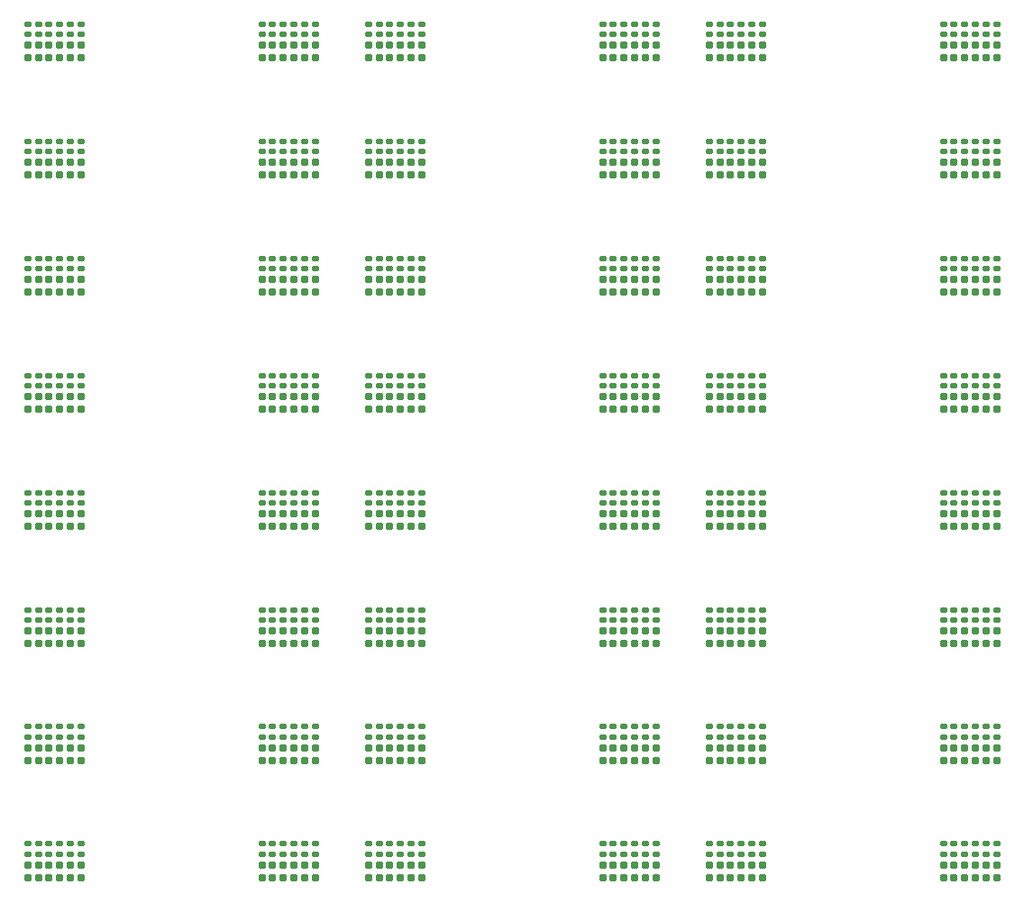
<source format=gbr>
%TF.GenerationSoftware,KiCad,Pcbnew,8.0.4-unknown-202407232306~396e531e7c~ubuntu22.04.1*%
%TF.CreationDate,2024-08-17T16:34:09+01:00*%
%TF.ProjectId,PANEL_DRY_ELEC_6CH_THIN,50414e45-4c5f-4445-9259-5f454c45435f,1.0*%
%TF.SameCoordinates,Original*%
%TF.FileFunction,Paste,Top*%
%TF.FilePolarity,Positive*%
%FSLAX46Y46*%
G04 Gerber Fmt 4.6, Leading zero omitted, Abs format (unit mm)*
G04 Created by KiCad (PCBNEW 8.0.4-unknown-202407232306~396e531e7c~ubuntu22.04.1) date 2024-08-17 16:34:09*
%MOMM*%
%LPD*%
G01*
G04 APERTURE LIST*
G04 Aperture macros list*
%AMRoundRect*
0 Rectangle with rounded corners*
0 $1 Rounding radius*
0 $2 $3 $4 $5 $6 $7 $8 $9 X,Y pos of 4 corners*
0 Add a 4 corners polygon primitive as box body*
4,1,4,$2,$3,$4,$5,$6,$7,$8,$9,$2,$3,0*
0 Add four circle primitives for the rounded corners*
1,1,$1+$1,$2,$3*
1,1,$1+$1,$4,$5*
1,1,$1+$1,$6,$7*
1,1,$1+$1,$8,$9*
0 Add four rect primitives between the rounded corners*
20,1,$1+$1,$2,$3,$4,$5,0*
20,1,$1+$1,$4,$5,$6,$7,0*
20,1,$1+$1,$6,$7,$8,$9,0*
20,1,$1+$1,$8,$9,$2,$3,0*%
G04 Aperture macros list end*
%ADD10RoundRect,0.160000X0.160000X-0.197500X0.160000X0.197500X-0.160000X0.197500X-0.160000X-0.197500X0*%
%ADD11RoundRect,0.140000X0.170000X-0.140000X0.170000X0.140000X-0.170000X0.140000X-0.170000X-0.140000X0*%
G04 APERTURE END LIST*
D10*
%TO.C,R12*%
X12500000Y-32297500D03*
X12500000Y-31102500D03*
%TD*%
%TO.C,R5*%
X98500000Y-87297500D03*
X98500000Y-86102500D03*
%TD*%
D11*
%TO.C,C11*%
X75500000Y-63080000D03*
X75500000Y-62120000D03*
%TD*%
D10*
%TO.C,R12*%
X76500000Y-65297500D03*
X76500000Y-64102500D03*
%TD*%
D11*
%TO.C,C12*%
X76500000Y-85080000D03*
X76500000Y-84120000D03*
%TD*%
D10*
%TO.C,R9*%
X73500000Y-32297500D03*
X73500000Y-31102500D03*
%TD*%
%TO.C,R8*%
X40500000Y-21297500D03*
X40500000Y-20102500D03*
%TD*%
D11*
%TO.C,C5*%
X98500000Y-30080000D03*
X98500000Y-29120000D03*
%TD*%
D10*
%TO.C,R6*%
X33500000Y-10297500D03*
X33500000Y-9102500D03*
%TD*%
D11*
%TO.C,C1*%
X94500000Y-41080000D03*
X94500000Y-40120000D03*
%TD*%
%TO.C,C6*%
X65500000Y-63080000D03*
X65500000Y-62120000D03*
%TD*%
D10*
%TO.C,R5*%
X66500000Y-21297500D03*
X66500000Y-20102500D03*
%TD*%
%TO.C,R7*%
X71500000Y-65297500D03*
X71500000Y-64102500D03*
%TD*%
D11*
%TO.C,C5*%
X98500000Y-63080000D03*
X98500000Y-62120000D03*
%TD*%
D10*
%TO.C,R8*%
X8500000Y-10297500D03*
X8500000Y-9102500D03*
%TD*%
D11*
%TO.C,C1*%
X30500000Y-30080000D03*
X30500000Y-29120000D03*
%TD*%
D10*
%TO.C,R2*%
X61500000Y-87297500D03*
X61500000Y-86102500D03*
%TD*%
D11*
%TO.C,C11*%
X43500000Y-85080000D03*
X43500000Y-84120000D03*
%TD*%
%TO.C,C11*%
X75500000Y-52080000D03*
X75500000Y-51120000D03*
%TD*%
D10*
%TO.C,R12*%
X44500000Y-54297500D03*
X44500000Y-53102500D03*
%TD*%
%TO.C,R12*%
X12500000Y-10297500D03*
X12500000Y-9102500D03*
%TD*%
D11*
%TO.C,C6*%
X65500000Y-8080000D03*
X65500000Y-7120000D03*
%TD*%
%TO.C,C10*%
X74500000Y-41080000D03*
X74500000Y-40120000D03*
%TD*%
%TO.C,C3*%
X32500000Y-19082500D03*
X32500000Y-18122500D03*
%TD*%
%TO.C,C12*%
X44500000Y-8080000D03*
X44500000Y-7120000D03*
%TD*%
D10*
%TO.C,R6*%
X65500000Y-10297500D03*
X65500000Y-9102500D03*
%TD*%
%TO.C,R1*%
X94500000Y-10297500D03*
X94500000Y-9102500D03*
%TD*%
D11*
%TO.C,C10*%
X42500000Y-8080000D03*
X42500000Y-7120000D03*
%TD*%
D10*
%TO.C,R10*%
X42500000Y-54297500D03*
X42500000Y-53102500D03*
%TD*%
D11*
%TO.C,C3*%
X64500000Y-30082500D03*
X64500000Y-29122500D03*
%TD*%
%TO.C,C6*%
X33500000Y-63080000D03*
X33500000Y-62120000D03*
%TD*%
%TO.C,C6*%
X65500000Y-74080000D03*
X65500000Y-73120000D03*
%TD*%
%TO.C,C9*%
X73500000Y-41080000D03*
X73500000Y-40120000D03*
%TD*%
D10*
%TO.C,R3*%
X96500000Y-21300000D03*
X96500000Y-20105000D03*
%TD*%
D11*
%TO.C,C8*%
X8500000Y-19080000D03*
X8500000Y-18120000D03*
%TD*%
D10*
%TO.C,R5*%
X34500000Y-87297500D03*
X34500000Y-86102500D03*
%TD*%
%TO.C,R2*%
X61500000Y-76297500D03*
X61500000Y-75102500D03*
%TD*%
D11*
%TO.C,C9*%
X41500000Y-19080000D03*
X41500000Y-18120000D03*
%TD*%
D10*
%TO.C,R8*%
X72500000Y-32297500D03*
X72500000Y-31102500D03*
%TD*%
D11*
%TO.C,C6*%
X33500000Y-52080000D03*
X33500000Y-51120000D03*
%TD*%
D10*
%TO.C,R12*%
X44500000Y-32297500D03*
X44500000Y-31102500D03*
%TD*%
%TO.C,R1*%
X30500000Y-87297500D03*
X30500000Y-86102500D03*
%TD*%
D11*
%TO.C,C12*%
X12500000Y-63080000D03*
X12500000Y-62120000D03*
%TD*%
%TO.C,C4*%
X31500000Y-8080000D03*
X31500000Y-7120000D03*
%TD*%
%TO.C,C9*%
X41500000Y-41080000D03*
X41500000Y-40120000D03*
%TD*%
%TO.C,C12*%
X76500000Y-19080000D03*
X76500000Y-18120000D03*
%TD*%
D10*
%TO.C,R11*%
X11500000Y-54297500D03*
X11500000Y-53102500D03*
%TD*%
D11*
%TO.C,C8*%
X72500000Y-19080000D03*
X72500000Y-18120000D03*
%TD*%
%TO.C,C2*%
X29500000Y-41080000D03*
X29500000Y-40120000D03*
%TD*%
%TO.C,C10*%
X74500000Y-19080000D03*
X74500000Y-18120000D03*
%TD*%
%TO.C,C9*%
X9500000Y-19080000D03*
X9500000Y-18120000D03*
%TD*%
%TO.C,C11*%
X75500000Y-74080000D03*
X75500000Y-73120000D03*
%TD*%
D10*
%TO.C,R12*%
X44500000Y-43297500D03*
X44500000Y-42102500D03*
%TD*%
D11*
%TO.C,C1*%
X62500000Y-30080000D03*
X62500000Y-29120000D03*
%TD*%
D10*
%TO.C,R6*%
X33500000Y-21297500D03*
X33500000Y-20102500D03*
%TD*%
D11*
%TO.C,C1*%
X62500000Y-41080000D03*
X62500000Y-40120000D03*
%TD*%
%TO.C,C6*%
X97500000Y-30080000D03*
X97500000Y-29120000D03*
%TD*%
D10*
%TO.C,R3*%
X96500000Y-43300000D03*
X96500000Y-42105000D03*
%TD*%
D11*
%TO.C,C7*%
X71500000Y-63080000D03*
X71500000Y-62120000D03*
%TD*%
%TO.C,C9*%
X41500000Y-52080000D03*
X41500000Y-51120000D03*
%TD*%
D10*
%TO.C,R1*%
X30500000Y-21297500D03*
X30500000Y-20102500D03*
%TD*%
D11*
%TO.C,C8*%
X40500000Y-63080000D03*
X40500000Y-62120000D03*
%TD*%
%TO.C,C10*%
X42500000Y-19080000D03*
X42500000Y-18120000D03*
%TD*%
%TO.C,C8*%
X72500000Y-41080000D03*
X72500000Y-40120000D03*
%TD*%
%TO.C,C8*%
X8500000Y-74080000D03*
X8500000Y-73120000D03*
%TD*%
D10*
%TO.C,R6*%
X65500000Y-32297500D03*
X65500000Y-31102500D03*
%TD*%
D11*
%TO.C,C11*%
X43500000Y-63080000D03*
X43500000Y-62120000D03*
%TD*%
%TO.C,C12*%
X12500000Y-8080000D03*
X12500000Y-7120000D03*
%TD*%
%TO.C,C2*%
X93500000Y-8080000D03*
X93500000Y-7120000D03*
%TD*%
%TO.C,C11*%
X43500000Y-30080000D03*
X43500000Y-29120000D03*
%TD*%
D10*
%TO.C,R12*%
X76500000Y-21297500D03*
X76500000Y-20102500D03*
%TD*%
D11*
%TO.C,C2*%
X29500000Y-30080000D03*
X29500000Y-29120000D03*
%TD*%
%TO.C,C1*%
X94500000Y-30080000D03*
X94500000Y-29120000D03*
%TD*%
D10*
%TO.C,R11*%
X11500000Y-76297500D03*
X11500000Y-75102500D03*
%TD*%
D11*
%TO.C,C3*%
X64500000Y-41082500D03*
X64500000Y-40122500D03*
%TD*%
D10*
%TO.C,R1*%
X30500000Y-65297500D03*
X30500000Y-64102500D03*
%TD*%
%TO.C,R10*%
X74500000Y-65297500D03*
X74500000Y-64102500D03*
%TD*%
D11*
%TO.C,C4*%
X31500000Y-52080000D03*
X31500000Y-51120000D03*
%TD*%
%TO.C,C10*%
X10500000Y-85080000D03*
X10500000Y-84120000D03*
%TD*%
%TO.C,C7*%
X39500000Y-19080000D03*
X39500000Y-18120000D03*
%TD*%
D10*
%TO.C,R6*%
X97500000Y-43297500D03*
X97500000Y-42102500D03*
%TD*%
D11*
%TO.C,C4*%
X63500000Y-52080000D03*
X63500000Y-51120000D03*
%TD*%
D10*
%TO.C,R2*%
X29500000Y-32297500D03*
X29500000Y-31102500D03*
%TD*%
D11*
%TO.C,C12*%
X76500000Y-52080000D03*
X76500000Y-51120000D03*
%TD*%
%TO.C,C3*%
X64500000Y-19082500D03*
X64500000Y-18122500D03*
%TD*%
D10*
%TO.C,R7*%
X39500000Y-10297500D03*
X39500000Y-9102500D03*
%TD*%
%TO.C,R5*%
X34500000Y-10297500D03*
X34500000Y-9102500D03*
%TD*%
D11*
%TO.C,C11*%
X43500000Y-8080000D03*
X43500000Y-7120000D03*
%TD*%
D10*
%TO.C,R6*%
X97500000Y-21297500D03*
X97500000Y-20102500D03*
%TD*%
D11*
%TO.C,C7*%
X7500000Y-8080000D03*
X7500000Y-7120000D03*
%TD*%
D10*
%TO.C,R3*%
X32500000Y-76300000D03*
X32500000Y-75105000D03*
%TD*%
%TO.C,R4*%
X31500000Y-10297500D03*
X31500000Y-9102500D03*
%TD*%
%TO.C,R2*%
X93500000Y-10297500D03*
X93500000Y-9102500D03*
%TD*%
%TO.C,R8*%
X8500000Y-76297500D03*
X8500000Y-75102500D03*
%TD*%
%TO.C,R11*%
X75500000Y-43297500D03*
X75500000Y-42102500D03*
%TD*%
%TO.C,R9*%
X73500000Y-54297500D03*
X73500000Y-53102500D03*
%TD*%
%TO.C,R10*%
X74500000Y-87297500D03*
X74500000Y-86102500D03*
%TD*%
%TO.C,R9*%
X41500000Y-21297500D03*
X41500000Y-20102500D03*
%TD*%
D11*
%TO.C,C12*%
X12500000Y-30080000D03*
X12500000Y-29120000D03*
%TD*%
D10*
%TO.C,R1*%
X94500000Y-54297500D03*
X94500000Y-53102500D03*
%TD*%
%TO.C,R6*%
X33500000Y-32297500D03*
X33500000Y-31102500D03*
%TD*%
%TO.C,R1*%
X62500000Y-54297500D03*
X62500000Y-53102500D03*
%TD*%
%TO.C,R10*%
X10500000Y-87297500D03*
X10500000Y-86102500D03*
%TD*%
%TO.C,R7*%
X7500000Y-21297500D03*
X7500000Y-20102500D03*
%TD*%
%TO.C,R1*%
X62500000Y-32297500D03*
X62500000Y-31102500D03*
%TD*%
%TO.C,R1*%
X94500000Y-32297500D03*
X94500000Y-31102500D03*
%TD*%
D11*
%TO.C,C3*%
X96500000Y-30082500D03*
X96500000Y-29122500D03*
%TD*%
D10*
%TO.C,R11*%
X75500000Y-65297500D03*
X75500000Y-64102500D03*
%TD*%
D11*
%TO.C,C9*%
X73500000Y-85080000D03*
X73500000Y-84120000D03*
%TD*%
%TO.C,C5*%
X34500000Y-8080000D03*
X34500000Y-7120000D03*
%TD*%
%TO.C,C4*%
X95500000Y-8080000D03*
X95500000Y-7120000D03*
%TD*%
D10*
%TO.C,R7*%
X71500000Y-32297500D03*
X71500000Y-31102500D03*
%TD*%
%TO.C,R2*%
X29500000Y-65297500D03*
X29500000Y-64102500D03*
%TD*%
D11*
%TO.C,C2*%
X29500000Y-85080000D03*
X29500000Y-84120000D03*
%TD*%
%TO.C,C5*%
X98500000Y-19080000D03*
X98500000Y-18120000D03*
%TD*%
%TO.C,C11*%
X11500000Y-63080000D03*
X11500000Y-62120000D03*
%TD*%
D10*
%TO.C,R7*%
X71500000Y-87297500D03*
X71500000Y-86102500D03*
%TD*%
%TO.C,R9*%
X9500000Y-21297500D03*
X9500000Y-20102500D03*
%TD*%
%TO.C,R4*%
X95500000Y-43297500D03*
X95500000Y-42102500D03*
%TD*%
D11*
%TO.C,C9*%
X41500000Y-63080000D03*
X41500000Y-62120000D03*
%TD*%
D10*
%TO.C,R6*%
X97500000Y-65297500D03*
X97500000Y-64102500D03*
%TD*%
D11*
%TO.C,C12*%
X76500000Y-8080000D03*
X76500000Y-7120000D03*
%TD*%
D10*
%TO.C,R10*%
X10500000Y-76297500D03*
X10500000Y-75102500D03*
%TD*%
D11*
%TO.C,C1*%
X94500000Y-85080000D03*
X94500000Y-84120000D03*
%TD*%
%TO.C,C4*%
X63500000Y-30080000D03*
X63500000Y-29120000D03*
%TD*%
D10*
%TO.C,R5*%
X98500000Y-21297500D03*
X98500000Y-20102500D03*
%TD*%
D11*
%TO.C,C3*%
X64500000Y-74082500D03*
X64500000Y-73122500D03*
%TD*%
D10*
%TO.C,R4*%
X31500000Y-43297500D03*
X31500000Y-42102500D03*
%TD*%
D11*
%TO.C,C9*%
X9500000Y-41080000D03*
X9500000Y-40120000D03*
%TD*%
D10*
%TO.C,R7*%
X39500000Y-32297500D03*
X39500000Y-31102500D03*
%TD*%
D11*
%TO.C,C9*%
X73500000Y-8080000D03*
X73500000Y-7120000D03*
%TD*%
%TO.C,C9*%
X73500000Y-63080000D03*
X73500000Y-62120000D03*
%TD*%
D10*
%TO.C,R10*%
X10500000Y-32297500D03*
X10500000Y-31102500D03*
%TD*%
D11*
%TO.C,C5*%
X66500000Y-63080000D03*
X66500000Y-62120000D03*
%TD*%
D10*
%TO.C,R5*%
X66500000Y-87297500D03*
X66500000Y-86102500D03*
%TD*%
D11*
%TO.C,C3*%
X64500000Y-8082500D03*
X64500000Y-7122500D03*
%TD*%
%TO.C,C12*%
X44500000Y-52080000D03*
X44500000Y-51120000D03*
%TD*%
%TO.C,C7*%
X39500000Y-41080000D03*
X39500000Y-40120000D03*
%TD*%
D10*
%TO.C,R5*%
X34500000Y-65297500D03*
X34500000Y-64102500D03*
%TD*%
D11*
%TO.C,C9*%
X41500000Y-30080000D03*
X41500000Y-29120000D03*
%TD*%
%TO.C,C7*%
X71500000Y-8080000D03*
X71500000Y-7120000D03*
%TD*%
%TO.C,C11*%
X11500000Y-8080000D03*
X11500000Y-7120000D03*
%TD*%
%TO.C,C1*%
X62500000Y-8080000D03*
X62500000Y-7120000D03*
%TD*%
D10*
%TO.C,R4*%
X63500000Y-87297500D03*
X63500000Y-86102500D03*
%TD*%
D11*
%TO.C,C9*%
X73500000Y-52080000D03*
X73500000Y-51120000D03*
%TD*%
%TO.C,C9*%
X41500000Y-85080000D03*
X41500000Y-84120000D03*
%TD*%
D10*
%TO.C,R3*%
X64500000Y-10300000D03*
X64500000Y-9105000D03*
%TD*%
D11*
%TO.C,C7*%
X7500000Y-19080000D03*
X7500000Y-18120000D03*
%TD*%
D10*
%TO.C,R8*%
X8500000Y-32297500D03*
X8500000Y-31102500D03*
%TD*%
D11*
%TO.C,C12*%
X76500000Y-74080000D03*
X76500000Y-73120000D03*
%TD*%
D10*
%TO.C,R2*%
X93500000Y-87297500D03*
X93500000Y-86102500D03*
%TD*%
D11*
%TO.C,C5*%
X98500000Y-85080000D03*
X98500000Y-84120000D03*
%TD*%
D10*
%TO.C,R6*%
X65500000Y-76297500D03*
X65500000Y-75102500D03*
%TD*%
%TO.C,R5*%
X98500000Y-10297500D03*
X98500000Y-9102500D03*
%TD*%
%TO.C,R12*%
X44500000Y-10297500D03*
X44500000Y-9102500D03*
%TD*%
%TO.C,R6*%
X97500000Y-87297500D03*
X97500000Y-86102500D03*
%TD*%
D11*
%TO.C,C5*%
X66500000Y-19080000D03*
X66500000Y-18120000D03*
%TD*%
%TO.C,C12*%
X12500000Y-41080000D03*
X12500000Y-40120000D03*
%TD*%
%TO.C,C2*%
X61500000Y-19080000D03*
X61500000Y-18120000D03*
%TD*%
D10*
%TO.C,R12*%
X12500000Y-76297500D03*
X12500000Y-75102500D03*
%TD*%
D11*
%TO.C,C7*%
X7500000Y-63080000D03*
X7500000Y-62120000D03*
%TD*%
D10*
%TO.C,R4*%
X95500000Y-10297500D03*
X95500000Y-9102500D03*
%TD*%
%TO.C,R8*%
X40500000Y-65297500D03*
X40500000Y-64102500D03*
%TD*%
D11*
%TO.C,C7*%
X71500000Y-30080000D03*
X71500000Y-29120000D03*
%TD*%
D10*
%TO.C,R4*%
X95500000Y-32297500D03*
X95500000Y-31102500D03*
%TD*%
%TO.C,R1*%
X94500000Y-21297500D03*
X94500000Y-20102500D03*
%TD*%
D11*
%TO.C,C4*%
X31500000Y-85080000D03*
X31500000Y-84120000D03*
%TD*%
%TO.C,C7*%
X7500000Y-30080000D03*
X7500000Y-29120000D03*
%TD*%
%TO.C,C10*%
X42500000Y-30080000D03*
X42500000Y-29120000D03*
%TD*%
%TO.C,C5*%
X34500000Y-41080000D03*
X34500000Y-40120000D03*
%TD*%
D10*
%TO.C,R3*%
X64500000Y-54300000D03*
X64500000Y-53105000D03*
%TD*%
%TO.C,R5*%
X98500000Y-43297500D03*
X98500000Y-42102500D03*
%TD*%
%TO.C,R11*%
X75500000Y-76297500D03*
X75500000Y-75102500D03*
%TD*%
D11*
%TO.C,C5*%
X66500000Y-30080000D03*
X66500000Y-29120000D03*
%TD*%
D10*
%TO.C,R3*%
X96500000Y-54300000D03*
X96500000Y-53105000D03*
%TD*%
%TO.C,R9*%
X41500000Y-76297500D03*
X41500000Y-75102500D03*
%TD*%
%TO.C,R9*%
X41500000Y-43297500D03*
X41500000Y-42102500D03*
%TD*%
D11*
%TO.C,C2*%
X93500000Y-85080000D03*
X93500000Y-84120000D03*
%TD*%
D10*
%TO.C,R2*%
X29500000Y-21297500D03*
X29500000Y-20102500D03*
%TD*%
%TO.C,R2*%
X93500000Y-54297500D03*
X93500000Y-53102500D03*
%TD*%
%TO.C,R7*%
X71500000Y-54297500D03*
X71500000Y-53102500D03*
%TD*%
D11*
%TO.C,C11*%
X11500000Y-74080000D03*
X11500000Y-73120000D03*
%TD*%
%TO.C,C10*%
X10500000Y-52080000D03*
X10500000Y-51120000D03*
%TD*%
D10*
%TO.C,R5*%
X34500000Y-21297500D03*
X34500000Y-20102500D03*
%TD*%
%TO.C,R1*%
X62500000Y-21297500D03*
X62500000Y-20102500D03*
%TD*%
%TO.C,R7*%
X71500000Y-21297500D03*
X71500000Y-20102500D03*
%TD*%
D11*
%TO.C,C5*%
X34500000Y-74080000D03*
X34500000Y-73120000D03*
%TD*%
%TO.C,C8*%
X40500000Y-85080000D03*
X40500000Y-84120000D03*
%TD*%
%TO.C,C11*%
X43500000Y-41080000D03*
X43500000Y-40120000D03*
%TD*%
D10*
%TO.C,R9*%
X73500000Y-65297500D03*
X73500000Y-64102500D03*
%TD*%
D11*
%TO.C,C6*%
X65500000Y-41080000D03*
X65500000Y-40120000D03*
%TD*%
D10*
%TO.C,R6*%
X33500000Y-87297500D03*
X33500000Y-86102500D03*
%TD*%
%TO.C,R10*%
X42500000Y-43297500D03*
X42500000Y-42102500D03*
%TD*%
D11*
%TO.C,C6*%
X33500000Y-30080000D03*
X33500000Y-29120000D03*
%TD*%
D10*
%TO.C,R5*%
X66500000Y-54297500D03*
X66500000Y-53102500D03*
%TD*%
%TO.C,R9*%
X41500000Y-54297500D03*
X41500000Y-53102500D03*
%TD*%
D11*
%TO.C,C11*%
X11500000Y-19080000D03*
X11500000Y-18120000D03*
%TD*%
D10*
%TO.C,R7*%
X7500000Y-76297500D03*
X7500000Y-75102500D03*
%TD*%
%TO.C,R8*%
X72500000Y-87297500D03*
X72500000Y-86102500D03*
%TD*%
D11*
%TO.C,C1*%
X30500000Y-41080000D03*
X30500000Y-40120000D03*
%TD*%
%TO.C,C11*%
X43500000Y-74080000D03*
X43500000Y-73120000D03*
%TD*%
%TO.C,C1*%
X62500000Y-63080000D03*
X62500000Y-62120000D03*
%TD*%
%TO.C,C1*%
X30500000Y-85080000D03*
X30500000Y-84120000D03*
%TD*%
%TO.C,C6*%
X97500000Y-74080000D03*
X97500000Y-73120000D03*
%TD*%
%TO.C,C12*%
X12500000Y-85080000D03*
X12500000Y-84120000D03*
%TD*%
D10*
%TO.C,R6*%
X97500000Y-54297500D03*
X97500000Y-53102500D03*
%TD*%
D11*
%TO.C,C4*%
X95500000Y-63080000D03*
X95500000Y-62120000D03*
%TD*%
%TO.C,C4*%
X31500000Y-41080000D03*
X31500000Y-40120000D03*
%TD*%
%TO.C,C6*%
X97500000Y-19080000D03*
X97500000Y-18120000D03*
%TD*%
%TO.C,C8*%
X8500000Y-8080000D03*
X8500000Y-7120000D03*
%TD*%
%TO.C,C4*%
X31500000Y-63080000D03*
X31500000Y-62120000D03*
%TD*%
%TO.C,C1*%
X94500000Y-52080000D03*
X94500000Y-51120000D03*
%TD*%
%TO.C,C10*%
X10500000Y-19080000D03*
X10500000Y-18120000D03*
%TD*%
D10*
%TO.C,R4*%
X63500000Y-32297500D03*
X63500000Y-31102500D03*
%TD*%
D11*
%TO.C,C10*%
X42500000Y-85080000D03*
X42500000Y-84120000D03*
%TD*%
D10*
%TO.C,R9*%
X9500000Y-43297500D03*
X9500000Y-42102500D03*
%TD*%
D11*
%TO.C,C11*%
X11500000Y-52080000D03*
X11500000Y-51120000D03*
%TD*%
D10*
%TO.C,R11*%
X43500000Y-87297500D03*
X43500000Y-86102500D03*
%TD*%
D11*
%TO.C,C6*%
X33500000Y-85080000D03*
X33500000Y-84120000D03*
%TD*%
D10*
%TO.C,R12*%
X12500000Y-21297500D03*
X12500000Y-20102500D03*
%TD*%
D11*
%TO.C,C3*%
X32500000Y-41082500D03*
X32500000Y-40122500D03*
%TD*%
%TO.C,C6*%
X65500000Y-85080000D03*
X65500000Y-84120000D03*
%TD*%
%TO.C,C2*%
X29500000Y-8080000D03*
X29500000Y-7120000D03*
%TD*%
%TO.C,C10*%
X10500000Y-8080000D03*
X10500000Y-7120000D03*
%TD*%
%TO.C,C3*%
X96500000Y-41082500D03*
X96500000Y-40122500D03*
%TD*%
%TO.C,C2*%
X29500000Y-74080000D03*
X29500000Y-73120000D03*
%TD*%
D10*
%TO.C,R6*%
X33500000Y-76297500D03*
X33500000Y-75102500D03*
%TD*%
D11*
%TO.C,C10*%
X42500000Y-63080000D03*
X42500000Y-62120000D03*
%TD*%
%TO.C,C3*%
X64500000Y-85082500D03*
X64500000Y-84122500D03*
%TD*%
%TO.C,C7*%
X39500000Y-63080000D03*
X39500000Y-62120000D03*
%TD*%
D10*
%TO.C,R7*%
X39500000Y-87297500D03*
X39500000Y-86102500D03*
%TD*%
D11*
%TO.C,C6*%
X65500000Y-52080000D03*
X65500000Y-51120000D03*
%TD*%
D10*
%TO.C,R11*%
X11500000Y-65297500D03*
X11500000Y-64102500D03*
%TD*%
%TO.C,R8*%
X40500000Y-87297500D03*
X40500000Y-86102500D03*
%TD*%
D11*
%TO.C,C1*%
X30500000Y-52080000D03*
X30500000Y-51120000D03*
%TD*%
D10*
%TO.C,R12*%
X76500000Y-32297500D03*
X76500000Y-31102500D03*
%TD*%
D11*
%TO.C,C8*%
X40500000Y-8080000D03*
X40500000Y-7120000D03*
%TD*%
D10*
%TO.C,R1*%
X94500000Y-87297500D03*
X94500000Y-86102500D03*
%TD*%
D11*
%TO.C,C8*%
X8500000Y-63080000D03*
X8500000Y-62120000D03*
%TD*%
D10*
%TO.C,R10*%
X74500000Y-54297500D03*
X74500000Y-53102500D03*
%TD*%
D11*
%TO.C,C8*%
X72500000Y-74080000D03*
X72500000Y-73120000D03*
%TD*%
%TO.C,C2*%
X61500000Y-41080000D03*
X61500000Y-40120000D03*
%TD*%
D10*
%TO.C,R7*%
X7500000Y-65297500D03*
X7500000Y-64102500D03*
%TD*%
D11*
%TO.C,C12*%
X12500000Y-19080000D03*
X12500000Y-18120000D03*
%TD*%
%TO.C,C11*%
X43500000Y-52080000D03*
X43500000Y-51120000D03*
%TD*%
%TO.C,C2*%
X29500000Y-52080000D03*
X29500000Y-51120000D03*
%TD*%
D10*
%TO.C,R3*%
X96500000Y-65300000D03*
X96500000Y-64105000D03*
%TD*%
D11*
%TO.C,C10*%
X10500000Y-41080000D03*
X10500000Y-40120000D03*
%TD*%
D10*
%TO.C,R7*%
X7500000Y-54297500D03*
X7500000Y-53102500D03*
%TD*%
D11*
%TO.C,C5*%
X34500000Y-52080000D03*
X34500000Y-51120000D03*
%TD*%
%TO.C,C7*%
X7500000Y-85080000D03*
X7500000Y-84120000D03*
%TD*%
D10*
%TO.C,R3*%
X64500000Y-76300000D03*
X64500000Y-75105000D03*
%TD*%
%TO.C,R7*%
X39500000Y-21297500D03*
X39500000Y-20102500D03*
%TD*%
%TO.C,R2*%
X93500000Y-43297500D03*
X93500000Y-42102500D03*
%TD*%
D11*
%TO.C,C6*%
X65500000Y-30080000D03*
X65500000Y-29120000D03*
%TD*%
D10*
%TO.C,R6*%
X65500000Y-54297500D03*
X65500000Y-53102500D03*
%TD*%
%TO.C,R11*%
X43500000Y-76297500D03*
X43500000Y-75102500D03*
%TD*%
D11*
%TO.C,C10*%
X42500000Y-41080000D03*
X42500000Y-40120000D03*
%TD*%
%TO.C,C3*%
X96500000Y-19082500D03*
X96500000Y-18122500D03*
%TD*%
%TO.C,C8*%
X8500000Y-52080000D03*
X8500000Y-51120000D03*
%TD*%
D10*
%TO.C,R10*%
X74500000Y-10297500D03*
X74500000Y-9102500D03*
%TD*%
%TO.C,R9*%
X73500000Y-10297500D03*
X73500000Y-9102500D03*
%TD*%
%TO.C,R11*%
X75500000Y-54297500D03*
X75500000Y-53102500D03*
%TD*%
D11*
%TO.C,C8*%
X72500000Y-63080000D03*
X72500000Y-62120000D03*
%TD*%
D10*
%TO.C,R5*%
X98500000Y-54297500D03*
X98500000Y-53102500D03*
%TD*%
%TO.C,R6*%
X65500000Y-87297500D03*
X65500000Y-86102500D03*
%TD*%
%TO.C,R8*%
X72500000Y-76297500D03*
X72500000Y-75102500D03*
%TD*%
D11*
%TO.C,C1*%
X62500000Y-74080000D03*
X62500000Y-73120000D03*
%TD*%
%TO.C,C5*%
X66500000Y-41080000D03*
X66500000Y-40120000D03*
%TD*%
%TO.C,C4*%
X31500000Y-74080000D03*
X31500000Y-73120000D03*
%TD*%
%TO.C,C12*%
X44500000Y-30080000D03*
X44500000Y-29120000D03*
%TD*%
D10*
%TO.C,R12*%
X44500000Y-87297500D03*
X44500000Y-86102500D03*
%TD*%
D11*
%TO.C,C12*%
X76500000Y-63080000D03*
X76500000Y-62120000D03*
%TD*%
D10*
%TO.C,R12*%
X12500000Y-43297500D03*
X12500000Y-42102500D03*
%TD*%
%TO.C,R6*%
X97500000Y-10297500D03*
X97500000Y-9102500D03*
%TD*%
D11*
%TO.C,C7*%
X39500000Y-85080000D03*
X39500000Y-84120000D03*
%TD*%
%TO.C,C3*%
X32500000Y-74082500D03*
X32500000Y-73122500D03*
%TD*%
D10*
%TO.C,R8*%
X72500000Y-54297500D03*
X72500000Y-53102500D03*
%TD*%
D11*
%TO.C,C8*%
X40500000Y-41080000D03*
X40500000Y-40120000D03*
%TD*%
D10*
%TO.C,R4*%
X63500000Y-10297500D03*
X63500000Y-9102500D03*
%TD*%
%TO.C,R9*%
X9500000Y-76297500D03*
X9500000Y-75102500D03*
%TD*%
D11*
%TO.C,C2*%
X61500000Y-52080000D03*
X61500000Y-51120000D03*
%TD*%
D10*
%TO.C,R1*%
X30500000Y-10297500D03*
X30500000Y-9102500D03*
%TD*%
D11*
%TO.C,C3*%
X32500000Y-30082500D03*
X32500000Y-29122500D03*
%TD*%
D10*
%TO.C,R10*%
X10500000Y-43297500D03*
X10500000Y-42102500D03*
%TD*%
D11*
%TO.C,C7*%
X71500000Y-41080000D03*
X71500000Y-40120000D03*
%TD*%
D10*
%TO.C,R12*%
X76500000Y-54297500D03*
X76500000Y-53102500D03*
%TD*%
%TO.C,R3*%
X64500000Y-87300000D03*
X64500000Y-86105000D03*
%TD*%
%TO.C,R1*%
X62500000Y-43297500D03*
X62500000Y-42102500D03*
%TD*%
D11*
%TO.C,C1*%
X30500000Y-8080000D03*
X30500000Y-7120000D03*
%TD*%
%TO.C,C1*%
X30500000Y-19080000D03*
X30500000Y-18120000D03*
%TD*%
D10*
%TO.C,R4*%
X95500000Y-54297500D03*
X95500000Y-53102500D03*
%TD*%
D11*
%TO.C,C12*%
X44500000Y-41080000D03*
X44500000Y-40120000D03*
%TD*%
D10*
%TO.C,R5*%
X66500000Y-43297500D03*
X66500000Y-42102500D03*
%TD*%
%TO.C,R2*%
X61500000Y-65297500D03*
X61500000Y-64102500D03*
%TD*%
%TO.C,R1*%
X94500000Y-76297500D03*
X94500000Y-75102500D03*
%TD*%
D11*
%TO.C,C9*%
X73500000Y-30080000D03*
X73500000Y-29120000D03*
%TD*%
%TO.C,C11*%
X75500000Y-30080000D03*
X75500000Y-29120000D03*
%TD*%
D10*
%TO.C,R6*%
X97500000Y-32297500D03*
X97500000Y-31102500D03*
%TD*%
D11*
%TO.C,C10*%
X42500000Y-52080000D03*
X42500000Y-51120000D03*
%TD*%
D10*
%TO.C,R11*%
X75500000Y-10297500D03*
X75500000Y-9102500D03*
%TD*%
D11*
%TO.C,C10*%
X74500000Y-85080000D03*
X74500000Y-84120000D03*
%TD*%
%TO.C,C7*%
X71500000Y-52080000D03*
X71500000Y-51120000D03*
%TD*%
D10*
%TO.C,R9*%
X41500000Y-32297500D03*
X41500000Y-31102500D03*
%TD*%
D11*
%TO.C,C9*%
X9500000Y-74080000D03*
X9500000Y-73120000D03*
%TD*%
%TO.C,C9*%
X41500000Y-8080000D03*
X41500000Y-7120000D03*
%TD*%
D10*
%TO.C,R2*%
X61500000Y-54297500D03*
X61500000Y-53102500D03*
%TD*%
D11*
%TO.C,C2*%
X61500000Y-85080000D03*
X61500000Y-84120000D03*
%TD*%
D10*
%TO.C,R1*%
X62500000Y-65297500D03*
X62500000Y-64102500D03*
%TD*%
D11*
%TO.C,C6*%
X65500000Y-19080000D03*
X65500000Y-18120000D03*
%TD*%
%TO.C,C9*%
X9500000Y-30080000D03*
X9500000Y-29120000D03*
%TD*%
%TO.C,C10*%
X42500000Y-74080000D03*
X42500000Y-73120000D03*
%TD*%
D10*
%TO.C,R3*%
X64500000Y-43300000D03*
X64500000Y-42105000D03*
%TD*%
D11*
%TO.C,C2*%
X93500000Y-52080000D03*
X93500000Y-51120000D03*
%TD*%
%TO.C,C4*%
X63500000Y-19080000D03*
X63500000Y-18120000D03*
%TD*%
%TO.C,C1*%
X94500000Y-19080000D03*
X94500000Y-18120000D03*
%TD*%
%TO.C,C12*%
X44500000Y-85080000D03*
X44500000Y-84120000D03*
%TD*%
D10*
%TO.C,R12*%
X44500000Y-21297500D03*
X44500000Y-20102500D03*
%TD*%
D11*
%TO.C,C5*%
X66500000Y-52080000D03*
X66500000Y-51120000D03*
%TD*%
%TO.C,C11*%
X11500000Y-30080000D03*
X11500000Y-29120000D03*
%TD*%
%TO.C,C7*%
X71500000Y-85080000D03*
X71500000Y-84120000D03*
%TD*%
D10*
%TO.C,R8*%
X72500000Y-10297500D03*
X72500000Y-9102500D03*
%TD*%
%TO.C,R3*%
X32500000Y-43300000D03*
X32500000Y-42105000D03*
%TD*%
%TO.C,R3*%
X32500000Y-21300000D03*
X32500000Y-20105000D03*
%TD*%
%TO.C,R2*%
X29500000Y-54297500D03*
X29500000Y-53102500D03*
%TD*%
%TO.C,R7*%
X7500000Y-43297500D03*
X7500000Y-42102500D03*
%TD*%
D11*
%TO.C,C8*%
X8500000Y-85080000D03*
X8500000Y-84120000D03*
%TD*%
%TO.C,C5*%
X66500000Y-85080000D03*
X66500000Y-84120000D03*
%TD*%
D10*
%TO.C,R4*%
X95500000Y-65297500D03*
X95500000Y-64102500D03*
%TD*%
%TO.C,R2*%
X29500000Y-43297500D03*
X29500000Y-42102500D03*
%TD*%
D11*
%TO.C,C1*%
X94500000Y-63080000D03*
X94500000Y-62120000D03*
%TD*%
%TO.C,C7*%
X7500000Y-41080000D03*
X7500000Y-40120000D03*
%TD*%
%TO.C,C4*%
X31500000Y-19080000D03*
X31500000Y-18120000D03*
%TD*%
D10*
%TO.C,R8*%
X8500000Y-87297500D03*
X8500000Y-86102500D03*
%TD*%
%TO.C,R2*%
X29500000Y-87297500D03*
X29500000Y-86102500D03*
%TD*%
D11*
%TO.C,C3*%
X32500000Y-8082500D03*
X32500000Y-7122500D03*
%TD*%
D10*
%TO.C,R11*%
X43500000Y-43297500D03*
X43500000Y-42102500D03*
%TD*%
D11*
%TO.C,C11*%
X75500000Y-85080000D03*
X75500000Y-84120000D03*
%TD*%
D10*
%TO.C,R11*%
X75500000Y-21297500D03*
X75500000Y-20102500D03*
%TD*%
%TO.C,R1*%
X30500000Y-43297500D03*
X30500000Y-42102500D03*
%TD*%
%TO.C,R9*%
X73500000Y-43297500D03*
X73500000Y-42102500D03*
%TD*%
D11*
%TO.C,C10*%
X10500000Y-30080000D03*
X10500000Y-29120000D03*
%TD*%
%TO.C,C11*%
X75500000Y-19080000D03*
X75500000Y-18120000D03*
%TD*%
D10*
%TO.C,R11*%
X75500000Y-87297500D03*
X75500000Y-86102500D03*
%TD*%
%TO.C,R7*%
X39500000Y-65297500D03*
X39500000Y-64102500D03*
%TD*%
D11*
%TO.C,C8*%
X72500000Y-52080000D03*
X72500000Y-51120000D03*
%TD*%
D10*
%TO.C,R9*%
X73500000Y-76297500D03*
X73500000Y-75102500D03*
%TD*%
D11*
%TO.C,C7*%
X7500000Y-74080000D03*
X7500000Y-73120000D03*
%TD*%
D10*
%TO.C,R2*%
X93500000Y-21297500D03*
X93500000Y-20102500D03*
%TD*%
D11*
%TO.C,C9*%
X9500000Y-63080000D03*
X9500000Y-62120000D03*
%TD*%
D10*
%TO.C,R10*%
X74500000Y-32297500D03*
X74500000Y-31102500D03*
%TD*%
D11*
%TO.C,C6*%
X97500000Y-41080000D03*
X97500000Y-40120000D03*
%TD*%
D10*
%TO.C,R11*%
X75500000Y-32297500D03*
X75500000Y-31102500D03*
%TD*%
%TO.C,R8*%
X8500000Y-21297500D03*
X8500000Y-20102500D03*
%TD*%
%TO.C,R11*%
X11500000Y-10297500D03*
X11500000Y-9102500D03*
%TD*%
%TO.C,R8*%
X40500000Y-10297500D03*
X40500000Y-9102500D03*
%TD*%
%TO.C,R5*%
X98500000Y-76297500D03*
X98500000Y-75102500D03*
%TD*%
D11*
%TO.C,C8*%
X72500000Y-85080000D03*
X72500000Y-84120000D03*
%TD*%
D10*
%TO.C,R12*%
X76500000Y-87297500D03*
X76500000Y-86102500D03*
%TD*%
D11*
%TO.C,C2*%
X29500000Y-63080000D03*
X29500000Y-62120000D03*
%TD*%
%TO.C,C5*%
X98500000Y-52080000D03*
X98500000Y-51120000D03*
%TD*%
%TO.C,C4*%
X95500000Y-85080000D03*
X95500000Y-84120000D03*
%TD*%
%TO.C,C3*%
X32500000Y-52082500D03*
X32500000Y-51122500D03*
%TD*%
%TO.C,C7*%
X39500000Y-30080000D03*
X39500000Y-29120000D03*
%TD*%
D10*
%TO.C,R5*%
X98500000Y-32297500D03*
X98500000Y-31102500D03*
%TD*%
%TO.C,R11*%
X43500000Y-21297500D03*
X43500000Y-20102500D03*
%TD*%
%TO.C,R10*%
X42500000Y-21297500D03*
X42500000Y-20102500D03*
%TD*%
%TO.C,R3*%
X64500000Y-65300000D03*
X64500000Y-64105000D03*
%TD*%
D11*
%TO.C,C2*%
X93500000Y-63080000D03*
X93500000Y-62120000D03*
%TD*%
%TO.C,C12*%
X76500000Y-41080000D03*
X76500000Y-40120000D03*
%TD*%
%TO.C,C1*%
X62500000Y-19080000D03*
X62500000Y-18120000D03*
%TD*%
D10*
%TO.C,R5*%
X66500000Y-65297500D03*
X66500000Y-64102500D03*
%TD*%
%TO.C,R3*%
X96500000Y-87300000D03*
X96500000Y-86105000D03*
%TD*%
D11*
%TO.C,C7*%
X71500000Y-74080000D03*
X71500000Y-73120000D03*
%TD*%
%TO.C,C10*%
X74500000Y-74080000D03*
X74500000Y-73120000D03*
%TD*%
%TO.C,C12*%
X44500000Y-63080000D03*
X44500000Y-62120000D03*
%TD*%
%TO.C,C3*%
X64500000Y-52082500D03*
X64500000Y-51122500D03*
%TD*%
D10*
%TO.C,R5*%
X34500000Y-32297500D03*
X34500000Y-31102500D03*
%TD*%
%TO.C,R7*%
X39500000Y-76297500D03*
X39500000Y-75102500D03*
%TD*%
%TO.C,R4*%
X95500000Y-87297500D03*
X95500000Y-86102500D03*
%TD*%
D11*
%TO.C,C10*%
X10500000Y-74080000D03*
X10500000Y-73120000D03*
%TD*%
D10*
%TO.C,R10*%
X42500000Y-65297500D03*
X42500000Y-64102500D03*
%TD*%
%TO.C,R8*%
X72500000Y-21297500D03*
X72500000Y-20102500D03*
%TD*%
D11*
%TO.C,C11*%
X11500000Y-85080000D03*
X11500000Y-84120000D03*
%TD*%
%TO.C,C3*%
X96500000Y-52082500D03*
X96500000Y-51122500D03*
%TD*%
D10*
%TO.C,R5*%
X66500000Y-32297500D03*
X66500000Y-31102500D03*
%TD*%
D11*
%TO.C,C2*%
X29500000Y-19080000D03*
X29500000Y-18120000D03*
%TD*%
D10*
%TO.C,R9*%
X9500000Y-65297500D03*
X9500000Y-64102500D03*
%TD*%
D11*
%TO.C,C4*%
X63500000Y-41080000D03*
X63500000Y-40120000D03*
%TD*%
D10*
%TO.C,R8*%
X8500000Y-65297500D03*
X8500000Y-64102500D03*
%TD*%
%TO.C,R9*%
X41500000Y-10297500D03*
X41500000Y-9102500D03*
%TD*%
%TO.C,R2*%
X93500000Y-32297500D03*
X93500000Y-31102500D03*
%TD*%
%TO.C,R4*%
X31500000Y-65297500D03*
X31500000Y-64102500D03*
%TD*%
%TO.C,R5*%
X66500000Y-76297500D03*
X66500000Y-75102500D03*
%TD*%
%TO.C,R11*%
X43500000Y-54297500D03*
X43500000Y-53102500D03*
%TD*%
D11*
%TO.C,C1*%
X62500000Y-85080000D03*
X62500000Y-84120000D03*
%TD*%
%TO.C,C3*%
X32500000Y-85082500D03*
X32500000Y-84122500D03*
%TD*%
%TO.C,C4*%
X63500000Y-85080000D03*
X63500000Y-84120000D03*
%TD*%
D10*
%TO.C,R2*%
X29500000Y-10297500D03*
X29500000Y-9102500D03*
%TD*%
D11*
%TO.C,C9*%
X73500000Y-19080000D03*
X73500000Y-18120000D03*
%TD*%
D10*
%TO.C,R4*%
X31500000Y-54297500D03*
X31500000Y-53102500D03*
%TD*%
%TO.C,R11*%
X11500000Y-32297500D03*
X11500000Y-31102500D03*
%TD*%
D11*
%TO.C,C6*%
X97500000Y-8080000D03*
X97500000Y-7120000D03*
%TD*%
D10*
%TO.C,R1*%
X30500000Y-54297500D03*
X30500000Y-53102500D03*
%TD*%
D11*
%TO.C,C7*%
X39500000Y-8080000D03*
X39500000Y-7120000D03*
%TD*%
%TO.C,C4*%
X95500000Y-74080000D03*
X95500000Y-73120000D03*
%TD*%
D10*
%TO.C,R4*%
X95500000Y-76297500D03*
X95500000Y-75102500D03*
%TD*%
D11*
%TO.C,C8*%
X72500000Y-8080000D03*
X72500000Y-7120000D03*
%TD*%
D10*
%TO.C,R3*%
X32500000Y-54300000D03*
X32500000Y-53105000D03*
%TD*%
D11*
%TO.C,C4*%
X95500000Y-30080000D03*
X95500000Y-29120000D03*
%TD*%
D10*
%TO.C,R4*%
X31500000Y-21297500D03*
X31500000Y-20102500D03*
%TD*%
D11*
%TO.C,C6*%
X97500000Y-63080000D03*
X97500000Y-62120000D03*
%TD*%
D10*
%TO.C,R9*%
X9500000Y-32297500D03*
X9500000Y-31102500D03*
%TD*%
%TO.C,R6*%
X65500000Y-65297500D03*
X65500000Y-64102500D03*
%TD*%
%TO.C,R3*%
X96500000Y-76300000D03*
X96500000Y-75105000D03*
%TD*%
%TO.C,R1*%
X62500000Y-76297500D03*
X62500000Y-75102500D03*
%TD*%
%TO.C,R5*%
X98500000Y-65297500D03*
X98500000Y-64102500D03*
%TD*%
D11*
%TO.C,C12*%
X44500000Y-74080000D03*
X44500000Y-73120000D03*
%TD*%
D10*
%TO.C,R2*%
X61500000Y-43297500D03*
X61500000Y-42102500D03*
%TD*%
%TO.C,R10*%
X10500000Y-21297500D03*
X10500000Y-20102500D03*
%TD*%
D11*
%TO.C,C12*%
X76500000Y-30080000D03*
X76500000Y-29120000D03*
%TD*%
D10*
%TO.C,R10*%
X74500000Y-76297500D03*
X74500000Y-75102500D03*
%TD*%
D11*
%TO.C,C4*%
X63500000Y-63080000D03*
X63500000Y-62120000D03*
%TD*%
D10*
%TO.C,R3*%
X32500000Y-32300000D03*
X32500000Y-31105000D03*
%TD*%
%TO.C,R11*%
X43500000Y-10297500D03*
X43500000Y-9102500D03*
%TD*%
D11*
%TO.C,C2*%
X61500000Y-74080000D03*
X61500000Y-73120000D03*
%TD*%
D10*
%TO.C,R8*%
X40500000Y-32297500D03*
X40500000Y-31102500D03*
%TD*%
%TO.C,R2*%
X93500000Y-65297500D03*
X93500000Y-64102500D03*
%TD*%
%TO.C,R6*%
X97500000Y-76297500D03*
X97500000Y-75102500D03*
%TD*%
%TO.C,R5*%
X34500000Y-76297500D03*
X34500000Y-75102500D03*
%TD*%
%TO.C,R12*%
X44500000Y-65297500D03*
X44500000Y-64102500D03*
%TD*%
%TO.C,R10*%
X10500000Y-10297500D03*
X10500000Y-9102500D03*
%TD*%
%TO.C,R4*%
X63500000Y-54297500D03*
X63500000Y-53102500D03*
%TD*%
D11*
%TO.C,C9*%
X9500000Y-52080000D03*
X9500000Y-51120000D03*
%TD*%
D10*
%TO.C,R6*%
X65500000Y-43297500D03*
X65500000Y-42102500D03*
%TD*%
%TO.C,R12*%
X12500000Y-87297500D03*
X12500000Y-86102500D03*
%TD*%
D11*
%TO.C,C10*%
X74500000Y-30080000D03*
X74500000Y-29120000D03*
%TD*%
%TO.C,C10*%
X74500000Y-63080000D03*
X74500000Y-62120000D03*
%TD*%
%TO.C,C9*%
X9500000Y-85080000D03*
X9500000Y-84120000D03*
%TD*%
%TO.C,C9*%
X41500000Y-74080000D03*
X41500000Y-73120000D03*
%TD*%
D10*
%TO.C,R9*%
X41500000Y-87297500D03*
X41500000Y-86102500D03*
%TD*%
D11*
%TO.C,C3*%
X96500000Y-8082500D03*
X96500000Y-7122500D03*
%TD*%
%TO.C,C6*%
X33500000Y-41080000D03*
X33500000Y-40120000D03*
%TD*%
%TO.C,C6*%
X33500000Y-19080000D03*
X33500000Y-18120000D03*
%TD*%
D10*
%TO.C,R2*%
X61500000Y-21297500D03*
X61500000Y-20102500D03*
%TD*%
D11*
%TO.C,C9*%
X9500000Y-8080000D03*
X9500000Y-7120000D03*
%TD*%
%TO.C,C11*%
X75500000Y-41080000D03*
X75500000Y-40120000D03*
%TD*%
D10*
%TO.C,R3*%
X32500000Y-10300000D03*
X32500000Y-9105000D03*
%TD*%
%TO.C,R2*%
X61500000Y-32297500D03*
X61500000Y-31102500D03*
%TD*%
%TO.C,R1*%
X62500000Y-87297500D03*
X62500000Y-86102500D03*
%TD*%
D11*
%TO.C,C1*%
X94500000Y-74080000D03*
X94500000Y-73120000D03*
%TD*%
%TO.C,C6*%
X97500000Y-52080000D03*
X97500000Y-51120000D03*
%TD*%
D10*
%TO.C,R8*%
X40500000Y-54297500D03*
X40500000Y-53102500D03*
%TD*%
D11*
%TO.C,C5*%
X66500000Y-74080000D03*
X66500000Y-73120000D03*
%TD*%
D10*
%TO.C,R11*%
X11500000Y-43297500D03*
X11500000Y-42102500D03*
%TD*%
D11*
%TO.C,C12*%
X12500000Y-52080000D03*
X12500000Y-51120000D03*
%TD*%
%TO.C,C12*%
X44500000Y-19080000D03*
X44500000Y-18120000D03*
%TD*%
D10*
%TO.C,R11*%
X43500000Y-65297500D03*
X43500000Y-64102500D03*
%TD*%
D11*
%TO.C,C1*%
X30500000Y-74080000D03*
X30500000Y-73120000D03*
%TD*%
%TO.C,C5*%
X98500000Y-8080000D03*
X98500000Y-7120000D03*
%TD*%
D10*
%TO.C,R9*%
X73500000Y-87297500D03*
X73500000Y-86102500D03*
%TD*%
%TO.C,R10*%
X74500000Y-21297500D03*
X74500000Y-20102500D03*
%TD*%
%TO.C,R7*%
X71500000Y-76297500D03*
X71500000Y-75102500D03*
%TD*%
D11*
%TO.C,C8*%
X40500000Y-52080000D03*
X40500000Y-51120000D03*
%TD*%
%TO.C,C3*%
X96500000Y-74082500D03*
X96500000Y-73122500D03*
%TD*%
%TO.C,C3*%
X32500000Y-63082500D03*
X32500000Y-62122500D03*
%TD*%
D10*
%TO.C,R4*%
X31500000Y-87297500D03*
X31500000Y-86102500D03*
%TD*%
D11*
%TO.C,C5*%
X98500000Y-41080000D03*
X98500000Y-40120000D03*
%TD*%
D10*
%TO.C,R2*%
X93500000Y-76297500D03*
X93500000Y-75102500D03*
%TD*%
D11*
%TO.C,C2*%
X61500000Y-30080000D03*
X61500000Y-29120000D03*
%TD*%
D10*
%TO.C,R10*%
X42500000Y-10297500D03*
X42500000Y-9102500D03*
%TD*%
D11*
%TO.C,C8*%
X72500000Y-30080000D03*
X72500000Y-29120000D03*
%TD*%
D10*
%TO.C,R8*%
X8500000Y-54297500D03*
X8500000Y-53102500D03*
%TD*%
D11*
%TO.C,C5*%
X66500000Y-8080000D03*
X66500000Y-7120000D03*
%TD*%
%TO.C,C8*%
X8500000Y-41080000D03*
X8500000Y-40120000D03*
%TD*%
%TO.C,C8*%
X40500000Y-30080000D03*
X40500000Y-29120000D03*
%TD*%
%TO.C,C4*%
X95500000Y-19080000D03*
X95500000Y-18120000D03*
%TD*%
%TO.C,C1*%
X30500000Y-63080000D03*
X30500000Y-62120000D03*
%TD*%
D10*
%TO.C,R4*%
X63500000Y-76297500D03*
X63500000Y-75102500D03*
%TD*%
%TO.C,R5*%
X34500000Y-43297500D03*
X34500000Y-42102500D03*
%TD*%
%TO.C,R10*%
X42500000Y-32297500D03*
X42500000Y-31102500D03*
%TD*%
D11*
%TO.C,C8*%
X40500000Y-74080000D03*
X40500000Y-73120000D03*
%TD*%
%TO.C,C2*%
X93500000Y-30080000D03*
X93500000Y-29120000D03*
%TD*%
D10*
%TO.C,R1*%
X94500000Y-43297500D03*
X94500000Y-42102500D03*
%TD*%
%TO.C,R9*%
X73500000Y-21297500D03*
X73500000Y-20102500D03*
%TD*%
D11*
%TO.C,C10*%
X10500000Y-63080000D03*
X10500000Y-62120000D03*
%TD*%
%TO.C,C3*%
X96500000Y-85082500D03*
X96500000Y-84122500D03*
%TD*%
%TO.C,C2*%
X93500000Y-74080000D03*
X93500000Y-73120000D03*
%TD*%
D10*
%TO.C,R1*%
X94500000Y-65297500D03*
X94500000Y-64102500D03*
%TD*%
D11*
%TO.C,C7*%
X71500000Y-19080000D03*
X71500000Y-18120000D03*
%TD*%
%TO.C,C7*%
X7500000Y-52080000D03*
X7500000Y-51120000D03*
%TD*%
%TO.C,C7*%
X39500000Y-74080000D03*
X39500000Y-73120000D03*
%TD*%
D10*
%TO.C,R7*%
X7500000Y-32297500D03*
X7500000Y-31102500D03*
%TD*%
%TO.C,R3*%
X64500000Y-21300000D03*
X64500000Y-20105000D03*
%TD*%
D11*
%TO.C,C4*%
X63500000Y-8080000D03*
X63500000Y-7120000D03*
%TD*%
%TO.C,C3*%
X96500000Y-63082500D03*
X96500000Y-62122500D03*
%TD*%
%TO.C,C2*%
X61500000Y-8080000D03*
X61500000Y-7120000D03*
%TD*%
D10*
%TO.C,R8*%
X40500000Y-76297500D03*
X40500000Y-75102500D03*
%TD*%
%TO.C,R9*%
X9500000Y-54297500D03*
X9500000Y-53102500D03*
%TD*%
D11*
%TO.C,C3*%
X64500000Y-63082500D03*
X64500000Y-62122500D03*
%TD*%
D10*
%TO.C,R4*%
X63500000Y-21297500D03*
X63500000Y-20102500D03*
%TD*%
%TO.C,R3*%
X96500000Y-32300000D03*
X96500000Y-31105000D03*
%TD*%
D11*
%TO.C,C9*%
X73500000Y-74080000D03*
X73500000Y-73120000D03*
%TD*%
D10*
%TO.C,R9*%
X41500000Y-65297500D03*
X41500000Y-64102500D03*
%TD*%
D11*
%TO.C,C2*%
X61500000Y-63080000D03*
X61500000Y-62120000D03*
%TD*%
D10*
%TO.C,R4*%
X63500000Y-43297500D03*
X63500000Y-42102500D03*
%TD*%
%TO.C,R4*%
X31500000Y-76297500D03*
X31500000Y-75102500D03*
%TD*%
D11*
%TO.C,C4*%
X95500000Y-52080000D03*
X95500000Y-51120000D03*
%TD*%
D10*
%TO.C,R9*%
X9500000Y-87297500D03*
X9500000Y-86102500D03*
%TD*%
D11*
%TO.C,C8*%
X8500000Y-30080000D03*
X8500000Y-29120000D03*
%TD*%
%TO.C,C4*%
X95500000Y-41080000D03*
X95500000Y-40120000D03*
%TD*%
D10*
%TO.C,R7*%
X7500000Y-87297500D03*
X7500000Y-86102500D03*
%TD*%
%TO.C,R10*%
X74500000Y-43297500D03*
X74500000Y-42102500D03*
%TD*%
D11*
%TO.C,C2*%
X93500000Y-41080000D03*
X93500000Y-40120000D03*
%TD*%
%TO.C,C2*%
X93500000Y-19080000D03*
X93500000Y-18120000D03*
%TD*%
D10*
%TO.C,R3*%
X96500000Y-10300000D03*
X96500000Y-9105000D03*
%TD*%
%TO.C,R1*%
X62500000Y-10297500D03*
X62500000Y-9102500D03*
%TD*%
%TO.C,R12*%
X76500000Y-10297500D03*
X76500000Y-9102500D03*
%TD*%
%TO.C,R5*%
X66500000Y-10297500D03*
X66500000Y-9102500D03*
%TD*%
%TO.C,R6*%
X33500000Y-65297500D03*
X33500000Y-64102500D03*
%TD*%
D11*
%TO.C,C7*%
X39500000Y-52080000D03*
X39500000Y-51120000D03*
%TD*%
D10*
%TO.C,R2*%
X61500000Y-10297500D03*
X61500000Y-9102500D03*
%TD*%
%TO.C,R2*%
X29500000Y-76297500D03*
X29500000Y-75102500D03*
%TD*%
D11*
%TO.C,C11*%
X11500000Y-41080000D03*
X11500000Y-40120000D03*
%TD*%
%TO.C,C6*%
X33500000Y-8080000D03*
X33500000Y-7120000D03*
%TD*%
D10*
%TO.C,R9*%
X9500000Y-10297500D03*
X9500000Y-9102500D03*
%TD*%
D11*
%TO.C,C6*%
X33500000Y-74080000D03*
X33500000Y-73120000D03*
%TD*%
D10*
%TO.C,R4*%
X63500000Y-65297500D03*
X63500000Y-64102500D03*
%TD*%
%TO.C,R3*%
X64500000Y-32300000D03*
X64500000Y-31105000D03*
%TD*%
%TO.C,R7*%
X71500000Y-43297500D03*
X71500000Y-42102500D03*
%TD*%
D11*
%TO.C,C11*%
X43500000Y-19080000D03*
X43500000Y-18120000D03*
%TD*%
D10*
%TO.C,R11*%
X43500000Y-32297500D03*
X43500000Y-31102500D03*
%TD*%
%TO.C,R6*%
X33500000Y-54297500D03*
X33500000Y-53102500D03*
%TD*%
%TO.C,R12*%
X12500000Y-54297500D03*
X12500000Y-53102500D03*
%TD*%
D11*
%TO.C,C11*%
X75500000Y-8080000D03*
X75500000Y-7120000D03*
%TD*%
%TO.C,C5*%
X34500000Y-30080000D03*
X34500000Y-29120000D03*
%TD*%
D10*
%TO.C,R8*%
X40500000Y-43297500D03*
X40500000Y-42102500D03*
%TD*%
D11*
%TO.C,C12*%
X12500000Y-74080000D03*
X12500000Y-73120000D03*
%TD*%
D10*
%TO.C,R6*%
X65500000Y-21297500D03*
X65500000Y-20102500D03*
%TD*%
D11*
%TO.C,C4*%
X31500000Y-30080000D03*
X31500000Y-29120000D03*
%TD*%
D10*
%TO.C,R11*%
X11500000Y-87297500D03*
X11500000Y-86102500D03*
%TD*%
D11*
%TO.C,C5*%
X34500000Y-19080000D03*
X34500000Y-18120000D03*
%TD*%
%TO.C,C5*%
X34500000Y-63080000D03*
X34500000Y-62120000D03*
%TD*%
D10*
%TO.C,R10*%
X10500000Y-54297500D03*
X10500000Y-53102500D03*
%TD*%
%TO.C,R8*%
X8500000Y-43297500D03*
X8500000Y-42102500D03*
%TD*%
D11*
%TO.C,C5*%
X98500000Y-74080000D03*
X98500000Y-73120000D03*
%TD*%
D10*
%TO.C,R1*%
X30500000Y-76297500D03*
X30500000Y-75102500D03*
%TD*%
%TO.C,R7*%
X39500000Y-43297500D03*
X39500000Y-42102500D03*
%TD*%
%TO.C,R7*%
X7500000Y-10297500D03*
X7500000Y-9102500D03*
%TD*%
%TO.C,R10*%
X10500000Y-65297500D03*
X10500000Y-64102500D03*
%TD*%
%TO.C,R3*%
X32500000Y-87300000D03*
X32500000Y-86105000D03*
%TD*%
D11*
%TO.C,C4*%
X63500000Y-74080000D03*
X63500000Y-73120000D03*
%TD*%
D10*
%TO.C,R10*%
X42500000Y-76297500D03*
X42500000Y-75102500D03*
%TD*%
%TO.C,R1*%
X30500000Y-32297500D03*
X30500000Y-31102500D03*
%TD*%
%TO.C,R7*%
X71500000Y-10297500D03*
X71500000Y-9102500D03*
%TD*%
%TO.C,R12*%
X76500000Y-43297500D03*
X76500000Y-42102500D03*
%TD*%
%TO.C,R4*%
X31500000Y-32297500D03*
X31500000Y-31102500D03*
%TD*%
%TO.C,R12*%
X76500000Y-76297500D03*
X76500000Y-75102500D03*
%TD*%
%TO.C,R7*%
X39500000Y-54297500D03*
X39500000Y-53102500D03*
%TD*%
%TO.C,R6*%
X33500000Y-43297500D03*
X33500000Y-42102500D03*
%TD*%
%TO.C,R4*%
X95500000Y-21297500D03*
X95500000Y-20102500D03*
%TD*%
%TO.C,R3*%
X32500000Y-65300000D03*
X32500000Y-64105000D03*
%TD*%
%TO.C,R8*%
X72500000Y-43297500D03*
X72500000Y-42102500D03*
%TD*%
D11*
%TO.C,C1*%
X62500000Y-52080000D03*
X62500000Y-51120000D03*
%TD*%
%TO.C,C5*%
X34500000Y-85080000D03*
X34500000Y-84120000D03*
%TD*%
D10*
%TO.C,R5*%
X34500000Y-54297500D03*
X34500000Y-53102500D03*
%TD*%
%TO.C,R12*%
X44500000Y-76297500D03*
X44500000Y-75102500D03*
%TD*%
%TO.C,R8*%
X72500000Y-65297500D03*
X72500000Y-64102500D03*
%TD*%
D11*
%TO.C,C10*%
X74500000Y-52080000D03*
X74500000Y-51120000D03*
%TD*%
D10*
%TO.C,R12*%
X12500000Y-65297500D03*
X12500000Y-64102500D03*
%TD*%
D11*
%TO.C,C1*%
X94500000Y-8080000D03*
X94500000Y-7120000D03*
%TD*%
D10*
%TO.C,R11*%
X11500000Y-21297500D03*
X11500000Y-20102500D03*
%TD*%
D11*
%TO.C,C6*%
X97500000Y-85080000D03*
X97500000Y-84120000D03*
%TD*%
%TO.C,C8*%
X40500000Y-19080000D03*
X40500000Y-18120000D03*
%TD*%
%TO.C,C10*%
X74500000Y-8080000D03*
X74500000Y-7120000D03*
%TD*%
D10*
%TO.C,R10*%
X42500000Y-87297500D03*
X42500000Y-86102500D03*
%TD*%
M02*

</source>
